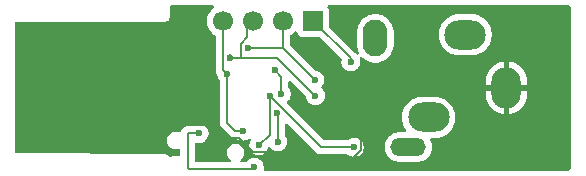
<source format=gbr>
%TF.GenerationSoftware,KiCad,Pcbnew,9.0.6*%
%TF.CreationDate,2025-12-12T23:19:34-08:00*%
%TF.ProjectId,iambic-controller-board,69616d62-6963-42d6-936f-6e74726f6c6c,1.0*%
%TF.SameCoordinates,Original*%
%TF.FileFunction,Copper,L2,Bot*%
%TF.FilePolarity,Positive*%
%FSLAX46Y46*%
G04 Gerber Fmt 4.6, Leading zero omitted, Abs format (unit mm)*
G04 Created by KiCad (PCBNEW 9.0.6) date 2025-12-12 23:19:34*
%MOMM*%
%LPD*%
G01*
G04 APERTURE LIST*
%TA.AperFunction,ComponentPad*%
%ADD10O,3.000000X1.500000*%
%TD*%
%TA.AperFunction,ComponentPad*%
%ADD11O,3.500000X2.500000*%
%TD*%
%TA.AperFunction,ComponentPad*%
%ADD12O,2.500000X3.500000*%
%TD*%
%TA.AperFunction,ComponentPad*%
%ADD13O,2.100000X3.100000*%
%TD*%
%TA.AperFunction,ComponentPad*%
%ADD14R,1.700000X1.700000*%
%TD*%
%TA.AperFunction,ComponentPad*%
%ADD15C,1.700000*%
%TD*%
%TA.AperFunction,ViaPad*%
%ADD16C,0.600000*%
%TD*%
%TA.AperFunction,Conductor*%
%ADD17C,0.200000*%
%TD*%
G04 APERTURE END LIST*
D10*
%TO.P,J2,R*%
%TO.N,/AUDIO_RING*%
X165700000Y-105000000D03*
D11*
%TO.P,J2,RN*%
%TO.N,N/C*%
X167400000Y-102500000D03*
D12*
%TO.P,J2,S*%
%TO.N,GND*%
X174000000Y-100000000D03*
D11*
%TO.P,J2,T*%
%TO.N,/AUDIO_TIP*%
X170500000Y-95500000D03*
D13*
%TO.P,J2,TN*%
%TO.N,N/C*%
X162900000Y-95800000D03*
%TD*%
D14*
%TO.P,J1,1,Pin_1*%
%TO.N,/RESET*%
X157600000Y-94325000D03*
D15*
%TO.P,J1,2,Pin_2*%
%TO.N,/USB_DP*%
X155060000Y-94325000D03*
%TO.P,J1,3,Pin_3*%
%TO.N,/USB_DN*%
X152520000Y-94325000D03*
%TO.P,J1,4,Pin_4*%
%TO.N,/MISO*%
X149980000Y-94325000D03*
%TD*%
D16*
%TO.N,GND*%
X146450000Y-102375000D03*
%TO.N,/AUDIO_TIP*%
X154552378Y-102097622D03*
X154927378Y-100522622D03*
X154375000Y-98500000D03*
X154650000Y-104550000D03*
%TO.N,GND*%
X156975000Y-106183500D03*
%TO.N,/AUDIO_RING*%
X153025000Y-104870000D03*
%TO.N,GND*%
X158000000Y-98100000D03*
%TO.N,/AUDIO_RING*%
X161105000Y-105025000D03*
%TO.N,/RESET*%
X160825000Y-97775000D03*
%TO.N,GND*%
X144300000Y-98350000D03*
X144300000Y-96275000D03*
%TO.N,/RESET*%
X152650000Y-106700000D03*
X147975000Y-103850000D03*
%TO.N,/AUDIO_RING*%
X153950000Y-100675000D03*
%TO.N,/MISO*%
X151650000Y-103675000D03*
X150325000Y-98850000D03*
%TO.N,/USB_DN*%
X157825000Y-100650000D03*
X150600000Y-97425000D03*
%TO.N,/USB_DP*%
X157750000Y-99325000D03*
X152100000Y-96650000D03*
%TD*%
D17*
%TO.N,GND*%
X174000000Y-100000000D02*
X163472000Y-100000000D01*
X163472000Y-100000000D02*
X161686000Y-101786000D01*
X158000000Y-98100000D02*
X161686000Y-101786000D01*
X144850000Y-98900000D02*
X144850000Y-100075000D01*
X144850000Y-100075000D02*
X146450000Y-101675000D01*
X144300000Y-98350000D02*
X144300000Y-96275000D01*
X144300000Y-98350000D02*
X144850000Y-98900000D01*
X146450000Y-101675000D02*
X146450000Y-102375000D01*
%TO.N,/USB_DN*%
X150600000Y-97425000D02*
X151500000Y-97425000D01*
X152050000Y-95700000D02*
X151500000Y-96250000D01*
X151500000Y-96250000D02*
X151500000Y-97425000D01*
%TO.N,/MISO*%
X150325000Y-103000000D02*
X150325000Y-98850000D01*
%TO.N,GND*%
X147200000Y-103125000D02*
X146450000Y-102375000D01*
%TO.N,/AUDIO_RING*%
X153950000Y-100675000D02*
X153950000Y-103945000D01*
%TO.N,/AUDIO_TIP*%
X154650000Y-104550000D02*
X154650000Y-102195244D01*
X154650000Y-102195244D02*
X154552378Y-102097622D01*
X154927378Y-99052378D02*
X154375000Y-98500000D01*
X154927378Y-100522622D02*
X154927378Y-99052378D01*
%TO.N,GND*%
X156975000Y-106183500D02*
X155965500Y-106183500D01*
X155965500Y-106183500D02*
X155250000Y-106899000D01*
%TO.N,/AUDIO_RING*%
X153950000Y-103945000D02*
X153025000Y-104870000D01*
%TO.N,GND*%
X161686000Y-101786000D02*
X161686000Y-105265659D01*
X161686000Y-105265659D02*
X160052659Y-106899000D01*
X150675000Y-104225000D02*
X149575000Y-103125000D01*
X160052659Y-106899000D02*
X155250000Y-106899000D01*
X151350000Y-104225000D02*
X150675000Y-104225000D01*
X155250000Y-106899000D02*
X153801000Y-105450000D01*
X152575000Y-105450000D02*
X151350000Y-104225000D01*
X153801000Y-105450000D02*
X152575000Y-105450000D01*
X149575000Y-103125000D02*
X147200000Y-103125000D01*
%TO.N,/MISO*%
X151650000Y-103675000D02*
X151000000Y-103675000D01*
X151000000Y-103675000D02*
X150325000Y-103000000D01*
%TO.N,/AUDIO_RING*%
X161105000Y-105025000D02*
X158300000Y-105025000D01*
X158300000Y-105025000D02*
X153950000Y-100675000D01*
%TO.N,/RESET*%
X157600000Y-94325000D02*
X157650000Y-94325000D01*
X157650000Y-94325000D02*
X160825000Y-97500000D01*
X160825000Y-97500000D02*
X160825000Y-97775000D01*
X147125000Y-106899000D02*
X147000000Y-106774000D01*
X147000000Y-106774000D02*
X147000000Y-103850000D01*
X152650000Y-106700000D02*
X152451000Y-106899000D01*
X152451000Y-106899000D02*
X147125000Y-106899000D01*
X147000000Y-103850000D02*
X147975000Y-103850000D01*
%TO.N,/USB_DP*%
X155060000Y-94325000D02*
X155060000Y-96635000D01*
X155060000Y-96635000D02*
X155075000Y-96650000D01*
%TO.N,/MISO*%
X149980000Y-98505000D02*
X150325000Y-98850000D01*
X149980000Y-94325000D02*
X149980000Y-98505000D01*
%TO.N,/USB_DN*%
X152050000Y-94795000D02*
X152050000Y-95700000D01*
X150600000Y-97150000D02*
X150600000Y-97425000D01*
X152520000Y-94325000D02*
X152050000Y-94795000D01*
X151500000Y-97425000D02*
X154600000Y-97425000D01*
X154600000Y-97425000D02*
X157825000Y-100650000D01*
%TO.N,/USB_DP*%
X155075000Y-96650000D02*
X157750000Y-99325000D01*
X152100000Y-96650000D02*
X155075000Y-96650000D01*
%TD*%
%TA.AperFunction,Conductor*%
%TO.N,GND*%
G36*
X149190816Y-93020185D02*
G01*
X149236571Y-93072989D01*
X149246515Y-93142147D01*
X149217490Y-93205703D01*
X149196664Y-93224816D01*
X149185857Y-93232669D01*
X149100207Y-93294896D01*
X148949890Y-93445213D01*
X148824951Y-93617179D01*
X148728444Y-93806585D01*
X148662753Y-94008760D01*
X148645555Y-94117345D01*
X148629500Y-94218713D01*
X148629500Y-94431287D01*
X148662754Y-94641243D01*
X148706625Y-94776264D01*
X148728444Y-94843414D01*
X148824951Y-95032820D01*
X148949890Y-95204786D01*
X149100213Y-95355109D01*
X149272184Y-95480051D01*
X149272184Y-95480052D01*
X149311793Y-95500233D01*
X149362590Y-95548206D01*
X149379500Y-95610718D01*
X149379500Y-98418330D01*
X149379499Y-98418348D01*
X149379499Y-98584054D01*
X149379498Y-98584054D01*
X149420422Y-98736783D01*
X149448798Y-98785932D01*
X149499479Y-98873716D01*
X149500850Y-98875502D01*
X149502087Y-98878232D01*
X149503543Y-98880754D01*
X149503294Y-98880897D01*
X149524092Y-98926797D01*
X149555261Y-99083491D01*
X149555264Y-99083501D01*
X149615602Y-99229172D01*
X149615609Y-99229185D01*
X149703602Y-99360874D01*
X149724480Y-99427551D01*
X149724500Y-99429765D01*
X149724500Y-102913330D01*
X149724499Y-102913348D01*
X149724499Y-103079054D01*
X149724498Y-103079054D01*
X149736568Y-103124097D01*
X149765423Y-103231785D01*
X149775639Y-103249480D01*
X149775651Y-103249500D01*
X149844477Y-103368712D01*
X149844481Y-103368717D01*
X149963349Y-103487585D01*
X149963355Y-103487590D01*
X150515139Y-104039374D01*
X150515149Y-104039385D01*
X150519479Y-104043715D01*
X150519480Y-104043716D01*
X150631284Y-104155520D01*
X150701865Y-104196269D01*
X150718095Y-104205639D01*
X150718097Y-104205641D01*
X150743917Y-104220548D01*
X150768215Y-104234577D01*
X150920943Y-104275500D01*
X151070234Y-104275500D01*
X151137273Y-104295185D01*
X151139125Y-104296398D01*
X151270814Y-104384390D01*
X151270827Y-104384397D01*
X151416498Y-104444735D01*
X151416503Y-104444737D01*
X151552487Y-104471786D01*
X151571153Y-104475499D01*
X151571156Y-104475500D01*
X151571158Y-104475500D01*
X151728844Y-104475500D01*
X151728845Y-104475499D01*
X151883497Y-104444737D01*
X152026400Y-104385545D01*
X152029172Y-104384397D01*
X152029172Y-104384396D01*
X152029179Y-104384394D01*
X152156764Y-104299143D01*
X152223441Y-104278266D01*
X152290821Y-104296750D01*
X152337512Y-104348729D01*
X152348688Y-104417699D01*
X152328759Y-104471135D01*
X152315607Y-104490818D01*
X152315602Y-104490827D01*
X152255264Y-104636498D01*
X152255261Y-104636510D01*
X152224500Y-104791153D01*
X152224500Y-104948846D01*
X152255261Y-105103489D01*
X152255264Y-105103501D01*
X152315602Y-105249172D01*
X152315609Y-105249185D01*
X152403210Y-105380288D01*
X152403213Y-105380292D01*
X152514707Y-105491786D01*
X152514711Y-105491789D01*
X152645814Y-105579390D01*
X152645827Y-105579397D01*
X152791498Y-105639735D01*
X152791503Y-105639737D01*
X152930000Y-105667286D01*
X152946153Y-105670499D01*
X152946156Y-105670500D01*
X152946158Y-105670500D01*
X153103844Y-105670500D01*
X153103845Y-105670499D01*
X153258497Y-105639737D01*
X153404179Y-105579394D01*
X153535289Y-105491789D01*
X153646789Y-105380289D01*
X153734394Y-105249179D01*
X153794737Y-105103497D01*
X153796516Y-105094549D01*
X153828901Y-105032640D01*
X153889616Y-104998065D01*
X153959386Y-105001804D01*
X154016058Y-105042670D01*
X154021227Y-105049837D01*
X154028211Y-105060289D01*
X154028214Y-105060293D01*
X154139707Y-105171786D01*
X154139711Y-105171789D01*
X154270814Y-105259390D01*
X154270827Y-105259397D01*
X154416498Y-105319735D01*
X154416503Y-105319737D01*
X154571153Y-105350499D01*
X154571156Y-105350500D01*
X154571158Y-105350500D01*
X154728844Y-105350500D01*
X154728845Y-105350499D01*
X154883497Y-105319737D01*
X155029179Y-105259394D01*
X155160289Y-105171789D01*
X155271789Y-105060289D01*
X155359394Y-104929179D01*
X155419737Y-104783497D01*
X155450500Y-104628842D01*
X155450500Y-104471158D01*
X155450500Y-104471155D01*
X155450499Y-104471153D01*
X155445245Y-104444738D01*
X155419737Y-104316503D01*
X155419367Y-104315609D01*
X155359397Y-104170827D01*
X155359390Y-104170814D01*
X155271398Y-104039125D01*
X155250520Y-103972447D01*
X155250500Y-103970234D01*
X155250500Y-103124097D01*
X155270185Y-103057058D01*
X155322989Y-103011303D01*
X155392147Y-103001359D01*
X155455703Y-103030384D01*
X155462181Y-103036416D01*
X157815139Y-105389374D01*
X157815149Y-105389385D01*
X157819479Y-105393715D01*
X157819480Y-105393716D01*
X157931284Y-105505520D01*
X157982845Y-105535288D01*
X158018095Y-105555639D01*
X158018097Y-105555641D01*
X158056151Y-105577611D01*
X158068215Y-105584577D01*
X158220943Y-105625501D01*
X158220946Y-105625501D01*
X158386653Y-105625501D01*
X158386669Y-105625500D01*
X160525234Y-105625500D01*
X160592273Y-105645185D01*
X160594125Y-105646398D01*
X160725814Y-105734390D01*
X160725827Y-105734397D01*
X160821096Y-105773858D01*
X160871503Y-105794737D01*
X160994501Y-105819203D01*
X161026153Y-105825499D01*
X161026156Y-105825500D01*
X161026158Y-105825500D01*
X161183844Y-105825500D01*
X161183845Y-105825499D01*
X161338497Y-105794737D01*
X161484179Y-105734394D01*
X161615289Y-105646789D01*
X161726789Y-105535289D01*
X161814394Y-105404179D01*
X161815486Y-105401544D01*
X161849371Y-105319737D01*
X161874737Y-105258497D01*
X161905500Y-105103842D01*
X161905500Y-104946158D01*
X161905500Y-104946155D01*
X161905499Y-104946153D01*
X161900477Y-104920902D01*
X161896633Y-104901577D01*
X163699500Y-104901577D01*
X163699500Y-105098422D01*
X163730290Y-105292826D01*
X163791117Y-105480029D01*
X163870128Y-105635096D01*
X163880476Y-105655405D01*
X163996172Y-105814646D01*
X164135354Y-105953828D01*
X164294595Y-106069524D01*
X164377455Y-106111743D01*
X164469970Y-106158882D01*
X164469972Y-106158882D01*
X164469975Y-106158884D01*
X164518036Y-106174500D01*
X164657173Y-106219709D01*
X164851578Y-106250500D01*
X164851583Y-106250500D01*
X166548422Y-106250500D01*
X166742826Y-106219709D01*
X166930025Y-106158884D01*
X167105405Y-106069524D01*
X167264646Y-105953828D01*
X167403828Y-105814646D01*
X167519524Y-105655405D01*
X167608884Y-105480025D01*
X167669709Y-105292826D01*
X167675005Y-105259390D01*
X167700500Y-105098422D01*
X167700500Y-104901577D01*
X167669709Y-104707173D01*
X167608882Y-104519970D01*
X167563445Y-104430795D01*
X167550549Y-104362125D01*
X167576826Y-104297385D01*
X167633932Y-104257128D01*
X167673930Y-104250500D01*
X168014727Y-104250500D01*
X168014734Y-104250500D01*
X168242238Y-104220548D01*
X168463887Y-104161158D01*
X168675888Y-104073344D01*
X168874612Y-103958611D01*
X169056661Y-103818919D01*
X169056665Y-103818914D01*
X169056670Y-103818911D01*
X169218911Y-103656670D01*
X169218914Y-103656665D01*
X169218919Y-103656661D01*
X169358611Y-103474612D01*
X169473344Y-103275888D01*
X169561158Y-103063887D01*
X169620548Y-102842238D01*
X169650500Y-102614734D01*
X169650500Y-102385266D01*
X169620548Y-102157762D01*
X169561158Y-101936113D01*
X169473344Y-101724112D01*
X169358611Y-101525388D01*
X169358608Y-101525385D01*
X169358607Y-101525382D01*
X169231241Y-101359397D01*
X169218919Y-101343339D01*
X169218918Y-101343338D01*
X169218911Y-101343330D01*
X169056670Y-101181089D01*
X169056661Y-101181081D01*
X168874617Y-101041392D01*
X168859927Y-101032911D01*
X168675888Y-100926656D01*
X168675876Y-100926650D01*
X168463887Y-100838842D01*
X168242238Y-100779452D01*
X168204215Y-100774446D01*
X168014741Y-100749500D01*
X168014734Y-100749500D01*
X166785266Y-100749500D01*
X166785258Y-100749500D01*
X166568715Y-100778009D01*
X166557762Y-100779452D01*
X166464076Y-100804554D01*
X166336112Y-100838842D01*
X166124123Y-100926650D01*
X166124109Y-100926657D01*
X165925382Y-101041392D01*
X165743338Y-101181081D01*
X165581081Y-101343338D01*
X165441392Y-101525382D01*
X165326657Y-101724109D01*
X165326650Y-101724123D01*
X165238842Y-101936112D01*
X165179453Y-102157759D01*
X165179451Y-102157770D01*
X165149500Y-102385258D01*
X165149500Y-102614741D01*
X165174446Y-102804215D01*
X165179452Y-102842238D01*
X165196340Y-102905264D01*
X165238842Y-103063887D01*
X165326650Y-103275876D01*
X165326656Y-103275888D01*
X165441389Y-103474612D01*
X165451347Y-103487590D01*
X165499247Y-103550013D01*
X165524441Y-103615183D01*
X165510403Y-103683627D01*
X165461589Y-103733617D01*
X165400871Y-103749500D01*
X164851578Y-103749500D01*
X164657173Y-103780290D01*
X164469970Y-103841117D01*
X164294594Y-103930476D01*
X164221504Y-103983580D01*
X164135354Y-104046172D01*
X164135352Y-104046174D01*
X164135351Y-104046174D01*
X163996174Y-104185351D01*
X163996174Y-104185352D01*
X163996172Y-104185354D01*
X163950477Y-104248248D01*
X163880476Y-104344594D01*
X163791117Y-104519970D01*
X163730290Y-104707173D01*
X163699500Y-104901577D01*
X161896633Y-104901577D01*
X161874738Y-104791508D01*
X161874737Y-104791507D01*
X161874737Y-104791503D01*
X161874592Y-104791153D01*
X161814397Y-104645827D01*
X161814390Y-104645814D01*
X161726789Y-104514711D01*
X161726786Y-104514707D01*
X161615292Y-104403213D01*
X161615288Y-104403210D01*
X161484185Y-104315609D01*
X161484172Y-104315602D01*
X161338501Y-104255264D01*
X161338489Y-104255261D01*
X161183845Y-104224500D01*
X161183842Y-104224500D01*
X161026158Y-104224500D01*
X161026155Y-104224500D01*
X160871510Y-104255261D01*
X160871498Y-104255264D01*
X160725827Y-104315602D01*
X160725814Y-104315609D01*
X160594125Y-104403602D01*
X160527447Y-104424480D01*
X160525234Y-104424500D01*
X158600097Y-104424500D01*
X158533058Y-104404815D01*
X158512416Y-104388181D01*
X155440838Y-101316603D01*
X155407353Y-101255280D01*
X155412337Y-101185588D01*
X155440838Y-101141241D01*
X155549164Y-101032914D01*
X155549167Y-101032911D01*
X155636772Y-100901801D01*
X155697115Y-100756119D01*
X155727878Y-100601464D01*
X155727878Y-100443780D01*
X155727878Y-100443777D01*
X155727877Y-100443775D01*
X155698447Y-100295821D01*
X155697115Y-100289125D01*
X155689533Y-100270821D01*
X155636775Y-100143449D01*
X155636768Y-100143436D01*
X155548776Y-100011747D01*
X155527898Y-99945069D01*
X155527878Y-99942856D01*
X155527878Y-99501475D01*
X155547563Y-99434436D01*
X155600367Y-99388681D01*
X155669525Y-99378737D01*
X155733081Y-99407762D01*
X155739559Y-99413794D01*
X156990425Y-100664660D01*
X157023910Y-100725983D01*
X157024361Y-100728149D01*
X157055261Y-100883491D01*
X157055264Y-100883501D01*
X157115602Y-101029172D01*
X157115609Y-101029185D01*
X157203210Y-101160288D01*
X157203213Y-101160292D01*
X157314707Y-101271786D01*
X157314711Y-101271789D01*
X157445814Y-101359390D01*
X157445827Y-101359397D01*
X157591498Y-101419735D01*
X157591503Y-101419737D01*
X157746153Y-101450499D01*
X157746156Y-101450500D01*
X157746158Y-101450500D01*
X157903844Y-101450500D01*
X157903845Y-101450499D01*
X158058497Y-101419737D01*
X158204179Y-101359394D01*
X158335289Y-101271789D01*
X158446789Y-101160289D01*
X158534394Y-101029179D01*
X158594737Y-100883497D01*
X158625500Y-100728842D01*
X158625500Y-100571158D01*
X158625500Y-100571155D01*
X158625499Y-100571153D01*
X158624439Y-100565826D01*
X158594737Y-100416503D01*
X158544752Y-100295827D01*
X158534397Y-100270827D01*
X158534390Y-100270814D01*
X158532195Y-100267529D01*
X158446789Y-100139711D01*
X158446786Y-100139707D01*
X158344759Y-100037680D01*
X158311274Y-99976357D01*
X158316258Y-99906665D01*
X158344760Y-99862317D01*
X158371789Y-99835289D01*
X158459394Y-99704179D01*
X158519737Y-99558497D01*
X158550500Y-99403842D01*
X158550500Y-99385305D01*
X172250000Y-99385305D01*
X172250000Y-99750000D01*
X173500000Y-99750000D01*
X173500000Y-100250000D01*
X172250000Y-100250000D01*
X172250000Y-100614694D01*
X172250001Y-100614710D01*
X172279942Y-100842137D01*
X172339318Y-101063730D01*
X172427099Y-101275653D01*
X172427106Y-101275668D01*
X172541809Y-101474338D01*
X172681455Y-101656329D01*
X172681461Y-101656336D01*
X172843663Y-101818538D01*
X172843670Y-101818544D01*
X173025661Y-101958190D01*
X173224331Y-102072893D01*
X173224340Y-102072897D01*
X173436269Y-102160681D01*
X173657859Y-102220056D01*
X173657864Y-102220057D01*
X173749999Y-102232186D01*
X173750000Y-102232186D01*
X173750000Y-100933012D01*
X173807007Y-100965925D01*
X173934174Y-101000000D01*
X174065826Y-101000000D01*
X174192993Y-100965925D01*
X174250000Y-100933012D01*
X174250000Y-102232186D01*
X174342135Y-102220057D01*
X174342140Y-102220056D01*
X174563730Y-102160681D01*
X174775659Y-102072897D01*
X174775668Y-102072893D01*
X174974338Y-101958190D01*
X175156329Y-101818544D01*
X175156336Y-101818538D01*
X175318538Y-101656336D01*
X175318544Y-101656329D01*
X175458190Y-101474338D01*
X175572893Y-101275668D01*
X175572901Y-101275653D01*
X175660681Y-101063730D01*
X175720057Y-100842137D01*
X175749998Y-100614710D01*
X175750000Y-100614694D01*
X175750000Y-100250000D01*
X174500000Y-100250000D01*
X174500000Y-99750000D01*
X175750000Y-99750000D01*
X175750000Y-99385305D01*
X175749998Y-99385289D01*
X175720057Y-99157862D01*
X175660681Y-98936269D01*
X175572897Y-98724340D01*
X175572893Y-98724331D01*
X175458190Y-98525661D01*
X175318544Y-98343670D01*
X175318538Y-98343663D01*
X175156336Y-98181461D01*
X175156329Y-98181455D01*
X174974338Y-98041809D01*
X174775668Y-97927106D01*
X174775659Y-97927102D01*
X174563730Y-97839318D01*
X174342137Y-97779942D01*
X174250000Y-97767811D01*
X174250000Y-99066988D01*
X174192993Y-99034075D01*
X174065826Y-99000000D01*
X173934174Y-99000000D01*
X173807007Y-99034075D01*
X173750000Y-99066988D01*
X173750000Y-97767811D01*
X173749999Y-97767811D01*
X173657862Y-97779942D01*
X173436269Y-97839318D01*
X173224340Y-97927102D01*
X173224331Y-97927106D01*
X173025661Y-98041809D01*
X172843670Y-98181455D01*
X172843663Y-98181461D01*
X172681461Y-98343663D01*
X172681455Y-98343670D01*
X172541809Y-98525661D01*
X172427106Y-98724331D01*
X172427102Y-98724340D01*
X172339318Y-98936269D01*
X172279942Y-99157862D01*
X172250001Y-99385289D01*
X172250000Y-99385305D01*
X158550500Y-99385305D01*
X158550500Y-99246158D01*
X158550500Y-99246155D01*
X158550499Y-99246153D01*
X158539925Y-99192993D01*
X158519737Y-99091503D01*
X158519735Y-99091498D01*
X158459397Y-98945827D01*
X158459390Y-98945814D01*
X158371789Y-98814711D01*
X158371786Y-98814707D01*
X158260292Y-98703213D01*
X158260288Y-98703210D01*
X158129185Y-98615609D01*
X158129172Y-98615602D01*
X157983501Y-98555264D01*
X157983491Y-98555261D01*
X157828149Y-98524361D01*
X157766238Y-98491976D01*
X157764660Y-98490425D01*
X155696819Y-96422584D01*
X155663334Y-96361261D01*
X155660500Y-96334903D01*
X155660500Y-95610718D01*
X155680185Y-95543679D01*
X155728207Y-95500233D01*
X155767815Y-95480052D01*
X155767815Y-95480051D01*
X155767816Y-95480051D01*
X155939792Y-95355104D01*
X156053329Y-95241566D01*
X156114648Y-95208084D01*
X156184340Y-95213068D01*
X156240274Y-95254939D01*
X156257189Y-95285917D01*
X156306202Y-95417328D01*
X156306206Y-95417335D01*
X156392452Y-95532544D01*
X156392455Y-95532547D01*
X156507664Y-95618793D01*
X156507671Y-95618797D01*
X156642517Y-95669091D01*
X156642516Y-95669091D01*
X156649444Y-95669835D01*
X156702127Y-95675500D01*
X158099902Y-95675499D01*
X158166941Y-95695184D01*
X158187583Y-95711818D01*
X160002092Y-97526327D01*
X160035577Y-97587650D01*
X160036028Y-97638199D01*
X160024500Y-97696153D01*
X160024500Y-97853846D01*
X160055261Y-98008489D01*
X160055264Y-98008501D01*
X160115602Y-98154172D01*
X160115609Y-98154185D01*
X160203210Y-98285288D01*
X160203213Y-98285292D01*
X160314707Y-98396786D01*
X160314711Y-98396789D01*
X160445814Y-98484390D01*
X160445827Y-98484397D01*
X160542646Y-98524500D01*
X160591503Y-98544737D01*
X160746153Y-98575499D01*
X160746156Y-98575500D01*
X160746158Y-98575500D01*
X160903844Y-98575500D01*
X160903845Y-98575499D01*
X161058497Y-98544737D01*
X161204179Y-98484394D01*
X161335289Y-98396789D01*
X161446789Y-98285289D01*
X161534394Y-98154179D01*
X161536833Y-98148292D01*
X161559323Y-98093995D01*
X161594737Y-98008497D01*
X161625500Y-97853842D01*
X161625500Y-97696158D01*
X161625500Y-97696155D01*
X161625499Y-97696153D01*
X161603916Y-97587650D01*
X161594737Y-97541503D01*
X161582961Y-97513075D01*
X161575493Y-97443606D01*
X161606768Y-97381127D01*
X161666857Y-97345475D01*
X161736682Y-97347969D01*
X161785204Y-97377942D01*
X161889918Y-97482656D01*
X161889923Y-97482660D01*
X162034431Y-97587650D01*
X162087361Y-97626106D01*
X162304815Y-97736904D01*
X162536924Y-97812321D01*
X162777973Y-97850500D01*
X162777974Y-97850500D01*
X163022026Y-97850500D01*
X163022027Y-97850500D01*
X163263076Y-97812321D01*
X163495185Y-97736904D01*
X163712639Y-97626106D01*
X163910083Y-97482655D01*
X164082655Y-97310083D01*
X164226106Y-97112639D01*
X164336904Y-96895185D01*
X164412321Y-96663076D01*
X164450500Y-96422027D01*
X164450500Y-95385258D01*
X168249500Y-95385258D01*
X168249500Y-95614741D01*
X168267193Y-95749124D01*
X168279452Y-95842238D01*
X168332687Y-96040916D01*
X168338842Y-96063887D01*
X168426650Y-96275876D01*
X168426657Y-96275890D01*
X168541392Y-96474617D01*
X168681081Y-96656661D01*
X168681089Y-96656670D01*
X168843330Y-96818911D01*
X168843338Y-96818918D01*
X169025382Y-96958607D01*
X169025385Y-96958608D01*
X169025388Y-96958611D01*
X169224112Y-97073344D01*
X169224117Y-97073346D01*
X169224123Y-97073349D01*
X169315480Y-97111190D01*
X169436113Y-97161158D01*
X169657762Y-97220548D01*
X169885266Y-97250500D01*
X169885273Y-97250500D01*
X171114727Y-97250500D01*
X171114734Y-97250500D01*
X171342238Y-97220548D01*
X171563887Y-97161158D01*
X171775888Y-97073344D01*
X171974612Y-96958611D01*
X172156661Y-96818919D01*
X172156665Y-96818914D01*
X172156670Y-96818911D01*
X172318911Y-96656670D01*
X172318914Y-96656665D01*
X172318919Y-96656661D01*
X172458611Y-96474612D01*
X172573344Y-96275888D01*
X172661158Y-96063887D01*
X172720548Y-95842238D01*
X172750500Y-95614734D01*
X172750500Y-95385266D01*
X172720548Y-95157762D01*
X172661158Y-94936113D01*
X172584589Y-94751260D01*
X172573349Y-94724123D01*
X172573346Y-94724117D01*
X172573344Y-94724112D01*
X172458611Y-94525388D01*
X172458608Y-94525385D01*
X172458607Y-94525382D01*
X172336608Y-94366392D01*
X172318919Y-94343339D01*
X172318918Y-94343338D01*
X172318911Y-94343330D01*
X172156670Y-94181089D01*
X172156661Y-94181081D01*
X171974617Y-94041392D01*
X171918091Y-94008757D01*
X171843845Y-93965891D01*
X171775890Y-93926657D01*
X171775876Y-93926650D01*
X171563887Y-93838842D01*
X171546219Y-93834108D01*
X171342238Y-93779452D01*
X171304215Y-93774446D01*
X171114741Y-93749500D01*
X171114734Y-93749500D01*
X169885266Y-93749500D01*
X169885258Y-93749500D01*
X169668715Y-93778009D01*
X169657762Y-93779452D01*
X169564076Y-93804554D01*
X169436112Y-93838842D01*
X169224123Y-93926650D01*
X169224109Y-93926657D01*
X169025382Y-94041392D01*
X168843338Y-94181081D01*
X168681081Y-94343338D01*
X168541392Y-94525382D01*
X168426657Y-94724109D01*
X168426650Y-94724123D01*
X168338842Y-94936112D01*
X168279453Y-95157759D01*
X168279451Y-95157770D01*
X168249500Y-95385258D01*
X164450500Y-95385258D01*
X164450500Y-95177973D01*
X164412321Y-94936924D01*
X164336904Y-94704815D01*
X164226106Y-94487361D01*
X164162997Y-94400499D01*
X164082660Y-94289923D01*
X164082656Y-94289918D01*
X163910081Y-94117343D01*
X163910076Y-94117339D01*
X163712642Y-93973896D01*
X163712641Y-93973895D01*
X163712639Y-93973894D01*
X163495185Y-93863096D01*
X163263076Y-93787679D01*
X163263074Y-93787678D01*
X163263072Y-93787678D01*
X163094769Y-93761021D01*
X163022027Y-93749500D01*
X162777973Y-93749500D01*
X162722093Y-93758350D01*
X162536927Y-93787678D01*
X162304812Y-93863097D01*
X162087357Y-93973896D01*
X161889923Y-94117339D01*
X161889918Y-94117343D01*
X161717343Y-94289918D01*
X161717339Y-94289923D01*
X161573896Y-94487357D01*
X161463097Y-94704812D01*
X161387678Y-94936927D01*
X161373878Y-95024056D01*
X161349500Y-95177973D01*
X161349500Y-96422027D01*
X161387679Y-96663076D01*
X161438315Y-96818918D01*
X161463098Y-96895190D01*
X161512670Y-96992482D01*
X161513387Y-96996303D01*
X161515882Y-96999288D01*
X161519785Y-97030370D01*
X161525566Y-97061151D01*
X161524103Y-97064754D01*
X161524588Y-97068613D01*
X161511068Y-97096868D01*
X161499289Y-97125891D01*
X161496110Y-97128131D01*
X161494432Y-97131640D01*
X161467787Y-97148098D01*
X161442183Y-97166148D01*
X161438296Y-97166314D01*
X161434988Y-97168358D01*
X161403673Y-97167798D01*
X161372377Y-97169140D01*
X161367892Y-97167159D01*
X161365130Y-97167110D01*
X161333293Y-97151877D01*
X161321808Y-97144203D01*
X161303021Y-97128784D01*
X161189397Y-97015160D01*
X161189374Y-97015139D01*
X158986818Y-94812583D01*
X158953333Y-94751260D01*
X158950499Y-94724902D01*
X158950499Y-93427129D01*
X158950498Y-93427123D01*
X158950381Y-93426039D01*
X158944091Y-93367517D01*
X158893796Y-93232669D01*
X158872093Y-93203678D01*
X158868450Y-93198811D01*
X158844033Y-93133346D01*
X158858885Y-93065074D01*
X158908290Y-93015668D01*
X158967717Y-93000500D01*
X179241324Y-93000500D01*
X179270764Y-93009144D01*
X179300751Y-93015668D01*
X179305766Y-93019422D01*
X179308363Y-93020185D01*
X179329005Y-93036819D01*
X179463181Y-93170995D01*
X179496666Y-93232318D01*
X179499500Y-93258676D01*
X179499500Y-106741324D01*
X179479815Y-106808363D01*
X179463181Y-106829005D01*
X179329005Y-106963181D01*
X179267682Y-106996666D01*
X179241324Y-106999500D01*
X153557703Y-106999500D01*
X153490664Y-106979815D01*
X153444909Y-106927011D01*
X153434965Y-106857853D01*
X153436086Y-106851309D01*
X153450499Y-106778846D01*
X153450500Y-106778844D01*
X153450500Y-106621155D01*
X153450499Y-106621153D01*
X153426396Y-106499982D01*
X153419737Y-106466503D01*
X153392398Y-106400500D01*
X153359397Y-106320827D01*
X153359390Y-106320814D01*
X153271789Y-106189711D01*
X153271786Y-106189707D01*
X153160292Y-106078213D01*
X153160288Y-106078210D01*
X153029185Y-105990609D01*
X153029172Y-105990602D01*
X152883501Y-105930264D01*
X152883489Y-105930261D01*
X152728845Y-105899500D01*
X152728842Y-105899500D01*
X152571158Y-105899500D01*
X152571155Y-105899500D01*
X152416510Y-105930261D01*
X152416498Y-105930264D01*
X152270827Y-105990602D01*
X152270814Y-105990609D01*
X152139711Y-106078210D01*
X152139707Y-106078213D01*
X152028210Y-106189710D01*
X151992343Y-106243391D01*
X151938731Y-106288196D01*
X151889241Y-106298500D01*
X151583724Y-106298500D01*
X151516685Y-106278815D01*
X151470930Y-106226011D01*
X151460986Y-106156853D01*
X151490011Y-106093297D01*
X151514833Y-106071398D01*
X151528793Y-106062070D01*
X151540420Y-106054301D01*
X151644301Y-105950420D01*
X151725920Y-105828269D01*
X151782140Y-105692542D01*
X151810800Y-105548455D01*
X151810800Y-105401545D01*
X151782140Y-105257458D01*
X151725920Y-105121731D01*
X151725919Y-105121730D01*
X151725916Y-105121724D01*
X151644301Y-104999580D01*
X151644298Y-104999576D01*
X151540423Y-104895701D01*
X151540419Y-104895698D01*
X151418275Y-104814083D01*
X151418266Y-104814078D01*
X151282544Y-104757861D01*
X151282545Y-104757861D01*
X151282542Y-104757860D01*
X151282538Y-104757859D01*
X151282534Y-104757858D01*
X151138459Y-104729200D01*
X151138455Y-104729200D01*
X150991545Y-104729200D01*
X150991540Y-104729200D01*
X150847465Y-104757858D01*
X150847455Y-104757861D01*
X150711733Y-104814078D01*
X150711724Y-104814083D01*
X150589580Y-104895698D01*
X150589576Y-104895701D01*
X150485701Y-104999576D01*
X150485698Y-104999580D01*
X150404083Y-105121724D01*
X150404078Y-105121733D01*
X150347861Y-105257455D01*
X150347858Y-105257465D01*
X150319200Y-105401540D01*
X150319200Y-105548459D01*
X150347858Y-105692534D01*
X150347861Y-105692544D01*
X150404078Y-105828266D01*
X150404083Y-105828275D01*
X150485698Y-105950419D01*
X150485701Y-105950423D01*
X150589576Y-106054298D01*
X150589580Y-106054301D01*
X150615167Y-106071398D01*
X150659972Y-106125010D01*
X150668679Y-106194335D01*
X150638525Y-106257362D01*
X150579082Y-106294082D01*
X150546276Y-106298500D01*
X147724500Y-106298500D01*
X147657461Y-106278815D01*
X147611706Y-106226011D01*
X147600500Y-106174500D01*
X147600500Y-104742784D01*
X147620185Y-104675745D01*
X147672989Y-104629990D01*
X147742147Y-104620046D01*
X147748692Y-104621167D01*
X147896155Y-104650500D01*
X147896158Y-104650500D01*
X148053844Y-104650500D01*
X148053845Y-104650499D01*
X148208497Y-104619737D01*
X148354179Y-104559394D01*
X148485289Y-104471789D01*
X148596789Y-104360289D01*
X148684394Y-104229179D01*
X148744737Y-104083497D01*
X148775500Y-103928842D01*
X148775500Y-103771158D01*
X148775500Y-103771155D01*
X148775499Y-103771153D01*
X148769557Y-103741281D01*
X148744737Y-103616503D01*
X148691338Y-103487585D01*
X148684397Y-103470827D01*
X148684390Y-103470814D01*
X148596789Y-103339711D01*
X148596786Y-103339707D01*
X148485292Y-103228213D01*
X148485288Y-103228210D01*
X148354185Y-103140609D01*
X148354172Y-103140602D01*
X148208501Y-103080264D01*
X148208489Y-103080261D01*
X148053845Y-103049500D01*
X148053842Y-103049500D01*
X147896158Y-103049500D01*
X147896155Y-103049500D01*
X147741510Y-103080261D01*
X147741498Y-103080264D01*
X147595827Y-103140602D01*
X147595814Y-103140609D01*
X147464125Y-103228602D01*
X147397447Y-103249480D01*
X147395234Y-103249500D01*
X146920943Y-103249500D01*
X146768216Y-103290423D01*
X146768209Y-103290426D01*
X146631290Y-103369475D01*
X146631282Y-103369481D01*
X146519481Y-103481282D01*
X146519475Y-103481290D01*
X146440426Y-103618209D01*
X146440423Y-103618214D01*
X146423434Y-103681621D01*
X146387069Y-103741281D01*
X146324221Y-103771810D01*
X146256207Y-103764088D01*
X146202548Y-103741862D01*
X146202544Y-103741860D01*
X146202542Y-103741860D01*
X146202538Y-103741859D01*
X146202534Y-103741858D01*
X146058459Y-103713200D01*
X146058455Y-103713200D01*
X145911545Y-103713200D01*
X145911540Y-103713200D01*
X145767465Y-103741858D01*
X145767455Y-103741861D01*
X145631733Y-103798078D01*
X145631724Y-103798083D01*
X145509580Y-103879698D01*
X145509576Y-103879701D01*
X145405701Y-103983576D01*
X145405698Y-103983580D01*
X145324083Y-104105724D01*
X145324078Y-104105733D01*
X145267861Y-104241455D01*
X145267858Y-104241465D01*
X145239200Y-104385540D01*
X145239200Y-104532459D01*
X145267858Y-104676534D01*
X145267861Y-104676544D01*
X145324078Y-104812266D01*
X145324083Y-104812275D01*
X145405698Y-104934419D01*
X145405701Y-104934423D01*
X145509576Y-105038298D01*
X145509580Y-105038301D01*
X145631724Y-105119916D01*
X145631730Y-105119919D01*
X145631731Y-105119920D01*
X145767458Y-105176140D01*
X145911540Y-105204799D01*
X145911544Y-105204800D01*
X145911545Y-105204800D01*
X146058456Y-105204800D01*
X146058457Y-105204799D01*
X146202542Y-105176140D01*
X146228048Y-105165574D01*
X146297516Y-105158106D01*
X146359995Y-105189380D01*
X146395648Y-105249469D01*
X146399500Y-105280136D01*
X146399500Y-105669863D01*
X146379815Y-105736902D01*
X146327011Y-105782657D01*
X146257853Y-105792601D01*
X146228049Y-105784425D01*
X146202544Y-105773861D01*
X146202545Y-105773861D01*
X146202542Y-105773860D01*
X146202538Y-105773859D01*
X146202534Y-105773858D01*
X146058459Y-105745200D01*
X146058455Y-105745200D01*
X145911545Y-105745200D01*
X145911540Y-105745200D01*
X145767465Y-105773858D01*
X145767455Y-105773861D01*
X145631733Y-105830078D01*
X145631719Y-105830086D01*
X145590789Y-105857435D01*
X145578804Y-105861187D01*
X145568999Y-105869040D01*
X145546089Y-105871431D01*
X145524112Y-105878313D01*
X145511999Y-105874989D01*
X145499507Y-105876294D01*
X145478943Y-105865921D01*
X145456732Y-105859828D01*
X145446842Y-105849728D01*
X145437124Y-105844827D01*
X145416948Y-105819203D01*
X145415063Y-105817278D01*
X145414553Y-105816413D01*
X145402834Y-105795752D01*
X145401705Y-105794606D01*
X145400774Y-105793025D01*
X145400572Y-105792758D01*
X145355608Y-105747794D01*
X145354941Y-105747122D01*
X145310364Y-105701859D01*
X145308517Y-105700419D01*
X145308516Y-105700418D01*
X145307411Y-105699556D01*
X145295249Y-105692534D01*
X145252317Y-105667747D01*
X145251525Y-105667286D01*
X145196739Y-105635095D01*
X145194546Y-105634167D01*
X145194545Y-105634166D01*
X145193290Y-105633635D01*
X145131821Y-105617163D01*
X145131821Y-105617164D01*
X145131284Y-105617020D01*
X145069711Y-105600018D01*
X145067773Y-105600003D01*
X145065896Y-105599500D01*
X145065892Y-105599500D01*
X145002276Y-105599500D01*
X145001329Y-105599496D01*
X132523553Y-105504245D01*
X132456666Y-105484050D01*
X132411316Y-105430898D01*
X132400500Y-105380249D01*
X132400500Y-94524500D01*
X132420185Y-94457461D01*
X132472989Y-94411706D01*
X132524500Y-94400500D01*
X145065890Y-94400500D01*
X145065892Y-94400500D01*
X145193186Y-94366392D01*
X145307314Y-94300500D01*
X145400500Y-94207314D01*
X145466392Y-94093186D01*
X145500500Y-93965892D01*
X145500500Y-93124500D01*
X145520185Y-93057461D01*
X145572989Y-93011706D01*
X145624500Y-93000500D01*
X149123777Y-93000500D01*
X149190816Y-93020185D01*
G37*
%TD.AperFunction*%
%TD*%
M02*

</source>
